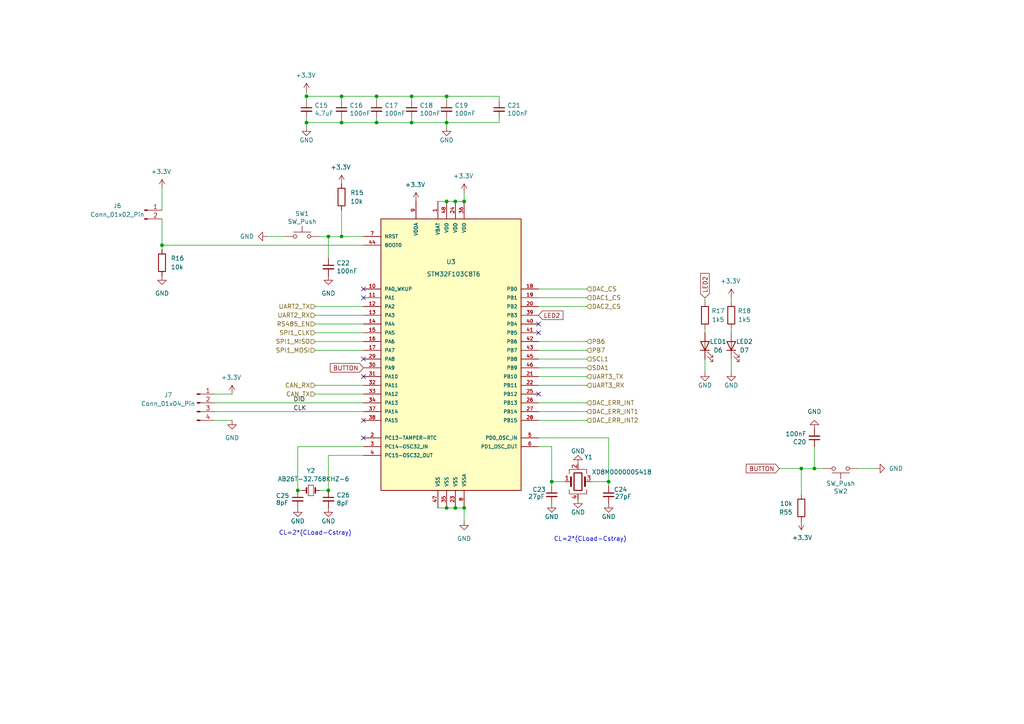
<source format=kicad_sch>
(kicad_sch (version 20231120) (generator "eeschema") (generator_version "8.0")
  (paper "A4")
  (lib_symbols
    (symbol "Connector:Conn_01x02_Pin" (pin_names (offset 1.016) hide)
      (property "Reference" "J" (at 0 2.54 0))
      (property "Value" "Conn_01x02_Pin" (at 0 -5.08 0))
      (symbol "Conn_01x02_Pin_1_1"
        (polyline (pts (xy 1.27 -2.54) (xy 0.8636 -2.54)) (stroke (width 0.1524)))
        (polyline (pts (xy 1.27 0) (xy 0.8636 0)) (stroke (width 0.1524)))
        (rectangle (start 0.8636 -2.413) (end 0 -2.667) (stroke (width 0.1524)) (fill (type outline)))
        (rectangle (start 0.8636 0.127) (end 0 -0.127) (stroke (width 0.1524)) (fill (type outline)))
        (pin passive line (at 5.08 0 180) (length 3.81) (name "Pin_1") (number "1"))
        (pin passive line (at 5.08 -2.54 180) (length 3.81) (name "Pin_2") (number "2"))
      )
    )
    (symbol "Connector:Conn_01x04_Pin" (pin_names (offset 1.016) hide)
      (property "Reference" "J" (at 0 5.08 0))
      (property "Value" "Conn_01x04_Pin" (at 0 -7.62 0))
      (symbol "Conn_01x04_Pin_1_1"
        (polyline (pts (xy 1.27 -5.08) (xy 0.8636 -5.08)) (stroke (width 0.1524)))
        (polyline (pts (xy 1.27 -2.54) (xy 0.8636 -2.54)) (stroke (width 0.1524)))
        (polyline (pts (xy 1.27 0) (xy 0.8636 0)) (stroke (width 0.1524)))
        (polyline (pts (xy 1.27 2.54) (xy 0.8636 2.54)) (stroke (width 0.1524)))
        (rectangle (start 0.8636 -4.953) (end 0 -5.207) (stroke (width 0.1524)) (fill (type outline)))
        (rectangle (start 0.8636 -2.413) (end 0 -2.667) (stroke (width 0.1524)) (fill (type outline)))
        (rectangle (start 0.8636 0.127) (end 0 -0.127) (stroke (width 0.1524)) (fill (type outline)))
        (rectangle (start 0.8636 2.667) (end 0 2.413) (stroke (width 0.1524)) (fill (type outline)))
        (pin passive line (at 5.08 2.54 180) (length 3.81) (name "Pin_1") (number "1"))
        (pin passive line (at 5.08 0 180) (length 3.81) (name "Pin_2") (number "2"))
        (pin passive line (at 5.08 -2.54 180) (length 3.81) (name "Pin_3") (number "3"))
        (pin passive line (at 5.08 -5.08 180) (length 3.81) (name "Pin_4") (number "4"))
      )
    )
    (symbol "Device:C_Small" (pin_numbers hide) (pin_names (offset 0.254) hide)
      (property "Reference" "C" (at 0.254 1.778 0))
      (property "Value" "C_Small" (at 0.254 -2.032 0))
      (symbol "C_Small_0_1"
        (polyline (pts (xy -1.524 -0.508) (xy 1.524 -0.508)) (stroke (width 0.3302)))
        (polyline (pts (xy -1.524 0.508) (xy 1.524 0.508)) (stroke (width 0.3048)))
      )
      (symbol "C_Small_1_1"
        (pin passive line (at 0 2.54 270) (length 2.032) (name "~") (number "1"))
        (pin passive line (at 0 -2.54 90) (length 2.032) (name "~") (number "2"))
      )
    )
    (symbol "Device:Crystal_GND24" (pin_names (offset 1.016) hide)
      (property "Reference" "Y" (at 3.175 5.08 0))
      (property "Value" "Crystal_GND24" (at 3.175 3.175 0))
      (symbol "Crystal_GND24_0_1"
        (rectangle (start -1.143 2.54) (end 1.143 -2.54) (stroke (width 0.3048)))
        (polyline (pts (xy -2.54 0) (xy -2.032 0)))
        (polyline (pts (xy -2.032 -1.27) (xy -2.032 1.27)) (stroke (width 0.508)))
        (polyline (pts (xy 0 -3.81) (xy 0 -3.556)))
        (polyline (pts (xy 0 3.556) (xy 0 3.81)))
        (polyline (pts (xy 2.032 -1.27) (xy 2.032 1.27)) (stroke (width 0.508)))
        (polyline (pts (xy 2.032 0) (xy 2.54 0)))
        (polyline (pts (xy -2.54 -2.286) (xy -2.54 -3.556) (xy 2.54 -3.556) (xy 2.54 -2.286)))
        (polyline (pts (xy -2.54 2.286) (xy -2.54 3.556) (xy 2.54 3.556) (xy 2.54 2.286)))
      )
      (symbol "Crystal_GND24_1_1"
        (pin passive line (at -3.81 0 0) (length 1.27) (name "1") (number "1"))
        (pin passive line (at 0 5.08 270) (length 1.27) (name "2") (number "2"))
        (pin passive line (at 3.81 0 180) (length 1.27) (name "3") (number "3"))
        (pin passive line (at 0 -5.08 90) (length 1.27) (name "4") (number "4"))
      )
    )
    (symbol "Device:Crystal_Small" (pin_numbers hide) (pin_names (offset 1.016) hide)
      (property "Reference" "Y" (at 0 2.54 0))
      (property "Value" "Crystal_Small" (at 0 -2.54 0))
      (symbol "Crystal_Small_0_1"
        (rectangle (start -0.762 -1.524) (end 0.762 1.524))
        (polyline (pts (xy -1.27 -0.762) (xy -1.27 0.762)) (stroke (width 0.381)))
        (polyline (pts (xy 1.27 -0.762) (xy 1.27 0.762)) (stroke (width 0.381)))
      )
      (symbol "Crystal_Small_1_1"
        (pin passive line (at -2.54 0 0) (length 1.27) (name "1") (number "1"))
        (pin passive line (at 2.54 0 180) (length 1.27) (name "2") (number "2"))
      )
    )
    (symbol "Device:LED" (pin_numbers hide) (pin_names (offset 1.016) hide)
      (property "Reference" "D" (at 0 2.54 0))
      (property "Value" "LED" (at 0 -2.54 0))
      (symbol "LED_0_1"
        (polyline (pts (xy -1.27 -1.27) (xy -1.27 1.27)) (stroke (width 0.254)))
        (polyline (pts (xy -1.27 0) (xy 1.27 0)))
        (polyline (pts (xy 1.27 -1.27) (xy 1.27 1.27) (xy -1.27 0) (xy 1.27 -1.27)) (stroke (width 0.254)))
        (polyline (pts (xy -3.048 -0.762) (xy -4.572 -2.286) (xy -3.81 -2.286) (xy -4.572 -2.286) (xy -4.572 -1.524)))
        (polyline (pts (xy -1.778 -0.762) (xy -3.302 -2.286) (xy -2.54 -2.286) (xy -3.302 -2.286) (xy -3.302 -1.524)))
      )
      (symbol "LED_1_1"
        (pin passive line (at -3.81 0 0) (length 2.54) (name "K") (number "1"))
        (pin passive line (at 3.81 0 180) (length 2.54) (name "A") (number "2"))
      )
    )
    (symbol "Device:R" (pin_numbers hide) (pin_names (offset 0))
      (property "Reference" "R" (at 2.032 0 90))
      (property "Value" "R" (at 0 0 90))
      (symbol "R_0_1"
        (rectangle (start -1.016 -2.54) (end 1.016 2.54) (stroke (width 0.254)))
      )
      (symbol "R_1_1"
        (pin passive line (at 0 3.81 270) (length 1.27) (name "~") (number "1"))
        (pin passive line (at 0 -3.81 90) (length 1.27) (name "~") (number "2"))
      )
    )
    (symbol "GND_1" (power) (pin_numbers hide) (pin_names (offset 0) hide)
      (property "Value" "GND" (at 0 -3.81 0))
      (symbol "GND_1_0_1"
        (polyline (pts (xy 0 0) (xy 0 -1.27) (xy 1.27 -1.27) (xy 0 -2.54) (xy -1.27 -1.27) (xy 0 -1.27)))
      )
      (symbol "GND_1_1_1"
        (pin power_in line (at 0 0 270) (length 0) (name "~") (number "1"))
      )
    )
    (symbol "GND_2" (power) (pin_numbers hide) (pin_names (offset 0) hide)
      (property "Value" "GND" (at 0 -3.81 0))
      (symbol "GND_2_0_1"
        (polyline (pts (xy 0 0) (xy 0 -1.27) (xy 1.27 -1.27) (xy 0 -2.54) (xy -1.27 -1.27) (xy 0 -1.27)))
      )
      (symbol "GND_2_1_1"
        (pin power_in line (at 0 0 270) (length 0) (name "~") (number "1"))
      )
    )
    (symbol "STM32F103C8T6:STM32F103C8T6" (pin_names (offset 1.016))
      (property "Reference" "U8" (at 0 28.194 0))
      (property "Value" "STM32F103C8T6" (at 0.762 24.638 0))
      (symbol "STM32F103C8T6_0_0"
        (rectangle (start -20.32 40.64) (end 20.32 -38.1) (stroke (width 0.254)) (fill (type background)))
        (pin bidirectional line (at -3.81 45.72 270) (length 5.08) (name "VBAT") (number "1"))
        (pin bidirectional line (at -25.4 20.32 0) (length 5.08) (name "PA0_WKUP") (number "10"))
        (pin bidirectional line (at -25.4 17.78 0) (length 5.08) (name "PA1") (number "11"))
        (pin bidirectional line (at -25.4 15.24 0) (length 5.08) (name "PA2") (number "12"))
        (pin bidirectional line (at -25.4 12.7 0) (length 5.08) (name "PA3") (number "13"))
        (pin bidirectional line (at -25.4 10.16 0) (length 5.08) (name "PA4") (number "14"))
        (pin bidirectional line (at -25.4 7.62 0) (length 5.08) (name "PA5") (number "15"))
        (pin bidirectional line (at -25.4 5.08 0) (length 5.08) (name "PA6") (number "16"))
        (pin bidirectional line (at -25.4 2.54 0) (length 5.08) (name "PA7") (number "17"))
        (pin bidirectional line (at 25.4 20.32 180) (length 5.08) (name "PB0") (number "18"))
        (pin bidirectional line (at 25.4 17.78 180) (length 5.08) (name "PB1") (number "19"))
        (pin bidirectional line (at -25.4 -22.86 0) (length 5.08) (name "PC13-TAMPER-RTC") (number "2"))
        (pin bidirectional line (at 25.4 15.24 180) (length 5.08) (name "PB2") (number "20"))
        (pin bidirectional line (at 25.4 -5.08 180) (length 5.08) (name "PB10") (number "21"))
        (pin bidirectional line (at 25.4 -7.62 180) (length 5.08) (name "PB11") (number "22"))
        (pin power_in line (at 1.27 -43.18 90) (length 5.08) (name "VSS") (number "23"))
        (pin power_in line (at 1.27 45.72 270) (length 5.08) (name "VDD") (number "24"))
        (pin bidirectional line (at 25.4 -10.16 180) (length 5.08) (name "PB12") (number "25"))
        (pin bidirectional line (at 25.4 -12.7 180) (length 5.08) (name "PB13") (number "26"))
        (pin bidirectional line (at 25.4 -15.24 180) (length 5.08) (name "PB14") (number "27"))
        (pin bidirectional line (at 25.4 -17.78 180) (length 5.08) (name "PB15") (number "28"))
        (pin bidirectional line (at -25.4 0 0) (length 5.08) (name "PA8") (number "29"))
        (pin bidirectional line (at -25.4 -25.4 0) (length 5.08) (name "PC14-OSC32_IN") (number "3"))
        (pin bidirectional line (at -25.4 -2.54 0) (length 5.08) (name "PA9") (number "30"))
        (pin bidirectional line (at -25.4 -5.08 0) (length 5.08) (name "PA10") (number "31"))
        (pin bidirectional line (at -25.4 -7.62 0) (length 5.08) (name "PA11") (number "32"))
        (pin bidirectional line (at -25.4 -10.16 0) (length 5.08) (name "PA12") (number "33"))
        (pin bidirectional line (at -25.4 -12.7 0) (length 5.08) (name "PA13") (number "34"))
        (pin power_in line (at -1.27 -43.18 90) (length 5.08) (name "VSS") (number "35"))
        (pin power_in line (at 3.81 45.72 270) (length 5.08) (name "VDD") (number "36"))
        (pin bidirectional line (at -25.4 -15.24 0) (length 5.08) (name "PA14") (number "37"))
        (pin bidirectional line (at -25.4 -17.78 0) (length 5.08) (name "PA15") (number "38"))
        (pin bidirectional line (at 25.4 12.7 180) (length 5.08) (name "PB3") (number "39"))
        (pin bidirectional line (at -25.4 -27.94 0) (length 5.08) (name "PC15-OSC32_OUT") (number "4"))
        (pin bidirectional line (at 25.4 10.16 180) (length 5.08) (name "PB4") (number "40"))
        (pin bidirectional line (at 25.4 7.62 180) (length 5.08) (name "PB5") (number "41"))
        (pin bidirectional line (at 25.4 5.08 180) (length 5.08) (name "PB6") (number "42"))
        (pin bidirectional line (at 25.4 2.54 180) (length 5.08) (name "PB7") (number "43"))
        (pin input line (at -25.4 33.02 0) (length 5.08) (name "BOOT0") (number "44"))
        (pin bidirectional line (at 25.4 0 180) (length 5.08) (name "PB8") (number "45"))
        (pin bidirectional line (at 25.4 -2.54 180) (length 5.08) (name "PB9") (number "46"))
        (pin power_in line (at -3.81 -43.18 90) (length 5.08) (name "VSS") (number "47"))
        (pin power_in line (at -1.27 45.72 270) (length 5.08) (name "VDD") (number "48"))
        (pin bidirectional line (at 25.4 -22.86 180) (length 5.08) (name "PD0_OSC_IN") (number "5"))
        (pin bidirectional line (at 25.4 -25.4 180) (length 5.08) (name "PD1_OSC_OUT") (number "6"))
        (pin input line (at -25.4 35.56 0) (length 5.08) (name "NRST") (number "7"))
        (pin power_in line (at 3.81 -43.18 90) (length 5.08) (name "VSSA") (number "8"))
        (pin power_in line (at -10.16 45.72 270) (length 5.08) (name "VDDA") (number "9"))
      )
    )
    (symbol "Switch:SW_Push" (pin_numbers hide) (pin_names (offset 1.016) hide)
      (property "Reference" "SW" (at 1.27 2.54 0))
      (property "Value" "SW_Push" (at 0 -1.524 0))
      (symbol "SW_Push_0_1"
        (circle (center -2.032 0) (radius 0.508))
        (polyline (pts (xy 0 1.27) (xy 0 3.048)))
        (polyline (pts (xy 2.54 1.27) (xy -2.54 1.27)))
        (circle (center 2.032 0) (radius 0.508))
        (pin passive line (at -5.08 0 0) (length 2.54) (name "1") (number "1"))
        (pin passive line (at 5.08 0 180) (length 2.54) (name "2") (number "2"))
      )
    )
    (symbol "power:+3.3V" (power) (pin_names (offset 0))
      (property "Value" "+3.3V" (at 0 3.556 0))
      (symbol "+3.3V_0_1"
        (polyline (pts (xy -0.762 1.27) (xy 0 2.54)))
        (polyline (pts (xy 0 0) (xy 0 2.54)))
        (polyline (pts (xy 0 2.54) (xy 0.762 1.27)))
      )
      (symbol "+3.3V_1_1"
        (pin power_in line (at 0 0 90) (length 0) hide (name "+3.3V") (number "1"))
      )
    )
    (symbol "power:GND" (power) (pin_names (offset 0))
      (property "Value" "GND" (at 0 -3.81 0))
      (symbol "GND_0_1"
        (polyline (pts (xy 0 0) (xy 0 -1.27) (xy 1.27 -1.27) (xy 0 -2.54) (xy -1.27 -1.27) (xy 0 -1.27)))
      )
      (symbol "GND_1_1"
        (pin power_in line (at 0 0 270) (length 0) hide (name "GND") (number "1"))
      )
    )
  )
  (junction (at 232.41 135.89))
  (junction (at 129.54 27.94))
  (junction (at 95.25 142.24))
  (junction (at 160.02 139.7))
  (junction (at 176.53 139.7))
  (junction (at 132.08 58.42))
  (junction (at 109.22 27.94))
  (junction (at 95.25 68.58))
  (junction (at 88.9 27.94))
  (junction (at 132.08 147.32))
  (junction (at 86.36 142.24))
  (junction (at 119.38 27.94))
  (junction (at 119.38 35.56))
  (junction (at 129.54 58.42))
  (junction (at 109.22 35.56))
  (junction (at 46.99 71.12))
  (junction (at 129.54 147.32))
  (junction (at 134.62 58.42))
  (junction (at 88.9 35.56))
  (junction (at 236.22 135.89))
  (junction (at 134.62 147.32))
  (junction (at 129.54 35.56))
  (junction (at 99.06 68.58))
  (junction (at 99.06 27.94))
  (junction (at 99.06 35.56))
  (no_connect (at 105.41 127))
  (no_connect (at 156.21 93.98))
  (no_connect (at 105.41 104.14))
  (no_connect (at 105.41 109.22))
  (no_connect (at 156.21 96.52))
  (no_connect (at 105.41 121.92))
  (no_connect (at 156.21 114.3))
  (no_connect (at 105.41 86.36))
  (no_connect (at 105.41 83.82))
  (wire (pts (xy 160.02 140.97) (xy 160.02 139.7)))
  (wire (pts (xy 176.53 127) (xy 176.53 139.7)))
  (wire (pts (xy 119.38 34.29) (xy 119.38 35.56)))
  (wire (pts (xy 236.22 135.89) (xy 236.22 129.54)))
  (wire (pts (xy 91.44 114.3) (xy 105.41 114.3)))
  (wire (pts (xy 119.38 29.21) (xy 119.38 27.94)))
  (wire (pts (xy 170.18 121.92) (xy 156.21 121.92)))
  (wire (pts (xy 170.18 119.38) (xy 156.21 119.38)))
  (wire (pts (xy 170.18 86.36) (xy 156.21 86.36)))
  (wire (pts (xy 109.22 29.21) (xy 109.22 27.94)))
  (wire (pts (xy 160.02 139.7) (xy 163.83 139.7)))
  (wire (pts (xy 127 147.32) (xy 129.54 147.32)))
  (wire (pts (xy 95.25 132.08) (xy 105.41 132.08)))
  (wire (pts (xy 99.06 60.96) (xy 99.06 68.58)))
  (wire (pts (xy 91.44 111.76) (xy 105.41 111.76)))
  (wire (pts (xy 171.45 139.7) (xy 176.53 139.7)))
  (wire (pts (xy 170.18 116.84) (xy 156.21 116.84)))
  (wire (pts (xy 134.62 147.32) (xy 134.62 151.13)))
  (wire (pts (xy 95.25 142.24) (xy 95.25 132.08)))
  (wire (pts (xy 204.47 95.25) (xy 204.47 96.52)))
  (wire (pts (xy 99.06 27.94) (xy 88.9 27.94)))
  (wire (pts (xy 99.06 68.58) (xy 105.41 68.58)))
  (wire (pts (xy 254 135.89) (xy 248.92 135.89)))
  (wire (pts (xy 232.41 143.51) (xy 232.41 135.89)))
  (wire (pts (xy 62.23 119.38) (xy 105.41 119.38)))
  (wire (pts (xy 109.22 35.56) (xy 119.38 35.56)))
  (wire (pts (xy 127 58.42) (xy 129.54 58.42)))
  (wire (pts (xy 119.38 27.94) (xy 109.22 27.94)))
  (wire (pts (xy 109.22 34.29) (xy 109.22 35.56)))
  (wire (pts (xy 88.9 27.94) (xy 88.9 29.21)))
  (wire (pts (xy 46.99 63.5) (xy 46.99 71.12)))
  (wire (pts (xy 109.22 27.94) (xy 99.06 27.94)))
  (wire (pts (xy 134.62 55.88) (xy 134.62 58.42)))
  (wire (pts (xy 170.18 111.76) (xy 156.21 111.76)))
  (wire (pts (xy 62.23 114.3) (xy 67.31 114.3)))
  (wire (pts (xy 91.44 88.9) (xy 105.41 88.9)))
  (wire (pts (xy 129.54 29.21) (xy 129.54 27.94)))
  (wire (pts (xy 88.9 35.56) (xy 99.06 35.56)))
  (wire (pts (xy 91.44 93.98) (xy 105.41 93.98)))
  (wire (pts (xy 46.99 71.12) (xy 105.41 71.12)))
  (wire (pts (xy 46.99 71.12) (xy 46.99 72.39)))
  (wire (pts (xy 129.54 35.56) (xy 129.54 36.83)))
  (wire (pts (xy 46.99 54.61) (xy 46.99 60.96)))
  (wire (pts (xy 160.02 129.54) (xy 160.02 139.7)))
  (wire (pts (xy 77.47 68.58) (xy 82.55 68.58)))
  (wire (pts (xy 129.54 34.29) (xy 129.54 35.56)))
  (wire (pts (xy 99.06 35.56) (xy 109.22 35.56)))
  (wire (pts (xy 232.41 135.89) (xy 226.06 135.89)))
  (wire (pts (xy 129.54 35.56) (xy 144.78 35.56)))
  (wire (pts (xy 212.09 104.14) (xy 212.09 107.95)))
  (wire (pts (xy 204.47 104.14) (xy 204.47 107.95)))
  (wire (pts (xy 95.25 142.24) (xy 92.71 142.24)))
  (wire (pts (xy 204.47 86.36) (xy 204.47 87.63)))
  (wire (pts (xy 91.44 99.06) (xy 105.41 99.06)))
  (wire (pts (xy 170.18 109.22) (xy 156.21 109.22)))
  (wire (pts (xy 132.08 147.32) (xy 134.62 147.32)))
  (wire (pts (xy 95.25 68.58) (xy 99.06 68.58)))
  (wire (pts (xy 91.44 91.44) (xy 105.41 91.44)))
  (wire (pts (xy 95.25 68.58) (xy 95.25 74.93)))
  (wire (pts (xy 119.38 35.56) (xy 129.54 35.56)))
  (wire (pts (xy 86.36 142.24) (xy 86.36 129.54)))
  (wire (pts (xy 91.44 101.6) (xy 105.41 101.6)))
  (wire (pts (xy 62.23 121.92) (xy 67.31 121.92)))
  (wire (pts (xy 88.9 34.29) (xy 88.9 35.56)))
  (wire (pts (xy 212.09 95.25) (xy 212.09 96.52)))
  (wire (pts (xy 129.54 27.94) (xy 144.78 27.94)))
  (wire (pts (xy 170.18 83.82) (xy 156.21 83.82)))
  (wire (pts (xy 170.18 99.06) (xy 156.21 99.06)))
  (wire (pts (xy 99.06 27.94) (xy 99.06 29.21)))
  (wire (pts (xy 88.9 26.67) (xy 88.9 27.94)))
  (wire (pts (xy 170.18 104.14) (xy 156.21 104.14)))
  (wire (pts (xy 144.78 27.94) (xy 144.78 29.21)))
  (wire (pts (xy 129.54 27.94) (xy 119.38 27.94)))
  (wire (pts (xy 62.23 116.84) (xy 105.41 116.84)))
  (wire (pts (xy 170.18 88.9) (xy 156.21 88.9)))
  (wire (pts (xy 88.9 35.56) (xy 88.9 36.83)))
  (wire (pts (xy 156.21 127) (xy 176.53 127)))
  (wire (pts (xy 160.02 129.54) (xy 156.21 129.54)))
  (wire (pts (xy 238.76 135.89) (xy 236.22 135.89)))
  (wire (pts (xy 99.06 35.56) (xy 99.06 34.29)))
  (wire (pts (xy 170.18 101.6) (xy 156.21 101.6)))
  (wire (pts (xy 129.54 58.42) (xy 132.08 58.42)))
  (wire (pts (xy 176.53 140.97) (xy 176.53 139.7)))
  (wire (pts (xy 132.08 58.42) (xy 134.62 58.42)))
  (wire (pts (xy 236.22 135.89) (xy 232.41 135.89)))
  (wire (pts (xy 92.71 68.58) (xy 95.25 68.58)))
  (wire (pts (xy 91.44 96.52) (xy 105.41 96.52)))
  (wire (pts (xy 212.09 86.36) (xy 212.09 87.63)))
  (wire (pts (xy 170.18 106.68) (xy 156.21 106.68)))
  (wire (pts (xy 144.78 34.29) (xy 144.78 35.56)))
  (wire (pts (xy 129.54 147.32) (xy 132.08 147.32)))
  (wire (pts (xy 86.36 142.24) (xy 87.63 142.24)))
  (wire (pts (xy 86.36 129.54) (xy 105.41 129.54)))
  (text "CL=2*(CLoad-Cstray)" (at 91.44 154.686 0) (effects (font (size 1.27 1.27))))
  (text "CL=2*(CLoad-Cstray)" (at 171.196 156.464 0) (effects (font (size 1.27 1.27))))
  (label "DIO" (at 85.09 116.84 0))
  (label "CLK" (at 85.09 119.38 0))
  (global_label "LED2" (shape input) (at 204.47 86.36 90) (property "Intersheetrefs" "${INTERSHEET_REFS}" (effects (hide yes))))
  (global_label "LED2" (shape input) (at 156.21 91.44 0) (property "Intersheetrefs" "${INTERSHEET_REFS}" (effects (hide yes))))
  (global_label "BUTTON" (shape input) (at 226.06 135.89 180) (property "Intersheetrefs" "${INTERSHEET_REFS}" (effects (hide yes))))
  (global_label "BUTTON" (shape input) (at 105.41 106.68 180) (property "Intersheetrefs" "${INTERSHEET_REFS}" (effects (hide yes))))
  (hierarchical_label "RS485_EN" (shape input) (at 91.44 93.98 180))
  (hierarchical_label "SPI1_MOSI" (shape input) (at 91.44 101.6 180))
  (hierarchical_label "DAC_ERR_INT" (shape input) (at 170.18 116.84 0))
  (hierarchical_label "SCL1" (shape input) (at 170.18 104.14 0))
  (hierarchical_label "PB7" (shape input) (at 170.18 101.6 0))
  (hierarchical_label "PB6" (shape input) (at 170.18 99.06 0))
  (hierarchical_label "DAC_CS" (shape input) (at 170.18 83.82 0))
  (hierarchical_label "SDA1" (shape input) (at 170.18 106.68 0))
  (hierarchical_label "UART2_RX" (shape input) (at 91.44 91.44 180))
  (hierarchical_label " CAN_TX" (shape input) (at 91.44 114.3 180))
  (hierarchical_label "UART3_RX" (shape input) (at 170.18 111.76 0))
  (hierarchical_label "UART3_TX" (shape input) (at 170.18 109.22 0))
  (hierarchical_label "DAC_ERR_INT2" (shape input) (at 170.18 121.92 0))
  (hierarchical_label "SPI1_MISO" (shape input) (at 91.44 99.06 180))
  (hierarchical_label "SPI1_CLK" (shape input) (at 91.44 96.52 180))
  (hierarchical_label "DAC2_CS" (shape input) (at 170.18 88.9 0))
  (hierarchical_label "DAC1_CS" (shape input) (at 170.18 86.36 0))
  (hierarchical_label "CAN_RX" (shape input) (at 91.44 111.76 180))
  (hierarchical_label "UART2_TX" (shape input) (at 91.44 88.9 180))
  (hierarchical_label "DAC_ERR_INT1" (shape input) (at 170.18 119.38 0))
  (symbol (lib_id "Device:C_Small") (at 176.53 143.51 0) (unit 1)
    (property "Reference" "C24" (at 178.054 141.986 0) (effects (justify left)))
    (property "Value" "27pF" (at 178.308 144.018 0) (effects (justify left)))
    (property "Footprint" "Capacitor_SMD:C_0402_1005Metric" (effects (hide yes)))
    (property "Description" "27 pF ±2% 50V Ceramic Capacitor C0G, NP0 0402 (1005 Metric)" (effects (hide yes)))
    (property "DIGIKEY" "  2571-GMC04CG270G50NTTR-ND" (effects (hide yes)))
    (property "DigiKey" "  2571-GMC04CG270G50NTTR-ND" (effects (hide yes)))
  )
  (symbol (lib_id "Device:Crystal_Small") (at 90.17 142.24 0) (unit 1)
    (property "Reference" "Y2" (at 90.17 136.525 0))
    (property "Value" "AB26T-32.768KHZ-6" (at 90.932 138.938 0))
    (property "Footprint" "footprints:XTAL_AB26T-32.768KHZ-6" (effects (hide yes)))
    (property "Description" "CRYSTAL 32.7680KHZ 6PF TH" (effects (hide yes)))
    (property "DIGIKEY" "535-AB26T-32.768KHZ-6TR-ND" (effects (hide yes)))
    (property "DigiKey" "535-AB26T-32.768KHZ-6TR-ND" (effects (hide yes)))
  )
  (symbol (lib_name "GND_1") (lib_id "power:GND") (at 254 135.89 90) (unit 1)
    (property "Reference" "#PWR08" (effects (hide yes)))
    (property "Value" "GND" (at 257.81 135.8901 90) (effects (justify right)))
    (property "Description" "Power symbol creates a global label with name \"GND\" , ground" (effects (hide yes)))
  )
  (symbol (lib_id "Switch:SW_Push") (at 87.63 68.58 0) (unit 1)
    (property "Reference" "SW1" (at 87.63 61.976 0))
    (property "Value" "SW_Push" (at 87.63 64.262 0))
    (property "Footprint" "footprints:pushbutton" (effects (hide yes)))
    (property "Description" "SWITCH TACTILE SPST-NO 0.05A 24V" (effects (hide yes)))
    (property "DIGIKEY" "1825910-6 " (effects (hide yes)))
    (property "DigiKey" "1825910-6 " (effects (hide yes)))
  )
  (symbol (lib_name "GND_1") (lib_id "power:GND") (at 236.22 124.46 180) (unit 1)
    (property "Reference" "#PWR09" (effects (hide yes)))
    (property "Value" "GND" (at 236.22 119.38 0))
    (property "Description" "Power symbol creates a global label with name \"GND\" , ground" (effects (hide yes)))
  )
  (symbol (lib_id "Device:C_Small") (at 86.36 144.78 0) (unit 1)
    (property "Reference" "C25" (at 80.01 143.764 0) (effects (justify left)))
    (property "Value" "8pF" (at 80.01 145.796 0) (effects (justify left)))
    (property "Footprint" "Capacitor_SMD:C_0402_1005Metric" (effects (hide yes)))
    (property "Description" "CAP CER 8PF 50V C0G/NP0 0402" (effects (hide yes)))
    (property "DIGIKEY" "490-8230-2-ND" (effects (hide yes)))
    (property "DigiKey" "490-8230-2-ND" (effects (hide yes)))
  )
  (symbol (lib_id "power:+3.3V") (at 120.65 58.42 0) (unit 1)
    (property "Reference" "#PWR034" (effects (hide yes)))
    (property "Value" "+3.3V" (at 120.396 53.594 0))
  )
  (symbol (lib_name "GND_2") (lib_id "power:GND") (at 134.62 151.13 0) (unit 1)
    (property "Reference" "#PWR049" (effects (hide yes)))
    (property "Value" "GND" (at 134.62 156.21 0))
    (property "Description" "Power symbol creates a global label with name \"GND\" , ground" (effects (hide yes)))
  )
  (symbol (lib_id "power:+3.3V") (at 88.9 26.67 0) (unit 1)
    (property "Reference" "#PWR027" (effects (hide yes)))
    (property "Value" "+3.3V" (at 88.646 21.844 0))
  )
  (symbol (lib_id "Device:C_Small") (at 119.38 31.75 0) (unit 1)
    (property "Reference" "C18" (at 121.7168 30.5816 0) (effects (justify left)))
    (property "Value" "100nF" (at 121.7168 32.893 0) (effects (justify left)))
    (property "Footprint" "Capacitor_SMD:C_0402_1005Metric" (effects (hide yes)))
    (property "Description" "CAP SMD,0402,X7R,100NF,10%,50V 1" (effects (hide yes)))
    (property "DIGIKEY" "  3372-0402B104K500HITR-ND" (effects (hide yes)))
    (property "DigiKey" "  3372-0402B104K500HITR-ND" (effects (hide yes)))
  )
  (symbol (lib_id "Connector:Conn_01x04_Pin") (at 57.15 116.84 0) (unit 1)
    (property "Reference" "J7" (at 48.768 114.554 0))
    (property "Value" "Conn_01x04_Pin" (at 48.768 117.094 0))
    (property "Footprint" "Connector_PinHeader_2.54mm:PinHeader_1x04_P2.54mm_Vertical" (effects (hide yes)))
    (property "Description" "Generic connector, single row, 01x04, script generated" (effects (hide yes)))
    (property "DIGIKEY" "732-5317-ND" (effects (hide yes)))
    (property "DigiKey" "732-5317-ND" (effects (hide yes)))
  )
  (symbol (lib_id "power:GND") (at 129.54 36.83 0) (unit 1)
    (property "Reference" "#PWR030" (effects (hide yes)))
    (property "Value" "GND" (at 129.54 40.64 0))
  )
  (symbol (lib_id "power:+3.3V") (at 99.06 53.34 0) (unit 1)
    (property "Reference" "#PWR031" (effects (hide yes)))
    (property "Value" "+3.3V" (at 98.806 48.514 0))
  )
  (symbol (lib_id "Device:C_Small") (at 109.22 31.75 0) (unit 1)
    (property "Reference" "C17" (at 111.5568 30.5816 0) (effects (justify left)))
    (property "Value" "100nF" (at 111.5568 32.893 0) (effects (justify left)))
    (property "Footprint" "Capacitor_SMD:C_0402_1005Metric" (effects (hide yes)))
    (property "Description" "CAP SMD,0402,X7R,100NF,10%,50V 1" (effects (hide yes)))
    (property "DIGIKEY" "  3372-0402B104K500HITR-ND" (effects (hide yes)))
    (property "DigiKey" "  3372-0402B104K500HITR-ND" (effects (hide yes)))
  )
  (symbol (lib_id "power:GND") (at 86.36 147.32 0) (unit 1)
    (property "Reference" "#PWR047" (effects (hide yes)))
    (property "Value" "GND" (at 86.36 151.13 0))
  )
  (symbol (lib_id "Device:C_Small") (at 129.54 31.75 0) (unit 1)
    (property "Reference" "C19" (at 131.8768 30.5816 0) (effects (justify left)))
    (property "Value" "100nF" (at 131.8768 32.893 0) (effects (justify left)))
    (property "Footprint" "Capacitor_SMD:C_0402_1005Metric" (effects (hide yes)))
    (property "Description" "CAP SMD,0402,X7R,100NF,10%,50V 1" (effects (hide yes)))
    (property "DIGIKEY" "  3372-0402B104K500HITR-ND" (effects (hide yes)))
    (property "DigiKey" "  3372-0402B104K500HITR-ND" (effects (hide yes)))
  )
  (symbol (lib_id "power:GND") (at 167.64 144.78 0) (unit 1)
    (property "Reference" "#PWR044" (effects (hide yes)))
    (property "Value" "GND" (at 167.64 148.59 0))
  )
  (symbol (lib_id "power:GND") (at 204.47 107.95 0) (unit 1)
    (property "Reference" "#PWR039" (effects (hide yes)))
    (property "Value" "GND" (at 204.47 111.76 0))
  )
  (symbol (lib_id "Device:C_Small") (at 236.22 127 180) (unit 1)
    (property "Reference" "C20" (at 233.8832 128.1684 0) (effects (justify left)))
    (property "Value" "100nF" (at 233.8832 125.857 0) (effects (justify left)))
    (property "Footprint" "Capacitor_SMD:C_0402_1005Metric" (effects (hide yes)))
    (property "Description" "CAP SMD,0402,X7R,100NF,10%,50V 1" (effects (hide yes)))
    (property "DIGIKEY" "  3372-0402B104K500HITR-ND" (effects (hide yes)))
    (property "DigiKey" "  3372-0402B104K500HITR-ND" (effects (hide yes)))
  )
  (symbol (lib_id "power:+3.3V") (at 67.31 114.3 0) (unit 1)
    (property "Reference" "#PWR028" (effects (hide yes)))
    (property "Value" "+3.3V" (at 67.056 109.474 0))
  )
  (symbol (lib_id "power:GND") (at 176.53 146.05 0) (unit 1)
    (property "Reference" "#PWR046" (effects (hide yes)))
    (property "Value" "GND" (at 176.53 149.86 0))
  )
  (symbol (lib_name "GND_1") (lib_id "power:GND") (at 46.99 80.01 0) (unit 1)
    (property "Reference" "#PWR036" (effects (hide yes)))
    (property "Value" "GND" (at 46.99 85.09 0))
    (property "Description" "Power symbol creates a global label with name \"GND\" , ground" (effects (hide yes)))
  )
  (symbol (lib_id "power:GND") (at 88.9 36.83 0) (unit 1)
    (property "Reference" "#PWR029" (effects (hide yes)))
    (property "Value" "GND" (at 88.9 40.64 0))
  )
  (symbol (lib_id "power:GND") (at 212.09 107.95 0) (unit 1)
    (property "Reference" "#PWR040" (effects (hide yes)))
    (property "Value" "GND" (at 212.09 111.76 0))
  )
  (symbol (lib_id "power:GND") (at 167.64 134.62 180) (unit 1)
    (property "Reference" "#PWR043" (effects (hide yes)))
    (property "Value" "GND" (at 167.64 130.81 0))
  )
  (symbol (lib_id "power:GND") (at 95.25 147.32 0) (unit 1)
    (property "Reference" "#PWR048" (effects (hide yes)))
    (property "Value" "GND" (at 95.25 151.13 0))
  )
  (symbol (lib_id "Device:R") (at 46.99 76.2 0) (unit 1)
    (property "Reference" "R16" (at 49.53 74.9299 0) (effects (justify left)))
    (property "Value" "10k" (at 49.53 77.4699 0) (effects (justify left)))
    (property "Footprint" "Resistor_SMD:R_0402_1005Metric" (effects (hide yes)))
    (property "Description" "RES 10K OHM 5% 1/16W 0402" (effects (hide yes)))
    (property "DIGIKEY" "311-10KJRTR-ND " (effects (hide yes)))
    (property "DigiKey" "311-10KJRTR-ND " (effects (hide yes)))
  )
  (symbol (lib_name "GND_1") (lib_id "power:GND") (at 95.25 80.01 0) (unit 1)
    (property "Reference" "#PWR037" (effects (hide yes)))
    (property "Value" "GND" (at 95.25 85.09 0))
    (property "Description" "Power symbol creates a global label with name \"GND\" , ground" (effects (hide yes)))
  )
  (symbol (lib_id "power:+3.3V") (at 46.99 54.61 0) (unit 1)
    (property "Reference" "#PWR032" (effects (hide yes)))
    (property "Value" "+3.3V" (at 46.736 49.784 0))
  )
  (symbol (lib_name "GND_1") (lib_id "power:GND") (at 67.31 121.92 0) (unit 1)
    (property "Reference" "#PWR042" (effects (hide yes)))
    (property "Value" "GND" (at 67.31 127 0))
    (property "Description" "Power symbol creates a global label with name \"GND\" , ground" (effects (hide yes)))
  )
  (symbol (lib_id "Device:Crystal_GND24") (at 167.64 139.7 0) (unit 1)
    (property "Reference" "Y1" (at 170.688 132.588 0))
    (property "Value" "XD8M000000S418" (at 180.34 136.906 0))
    (property "Footprint" "Crystal_SMD_EuroQuartz_MJ-4Pin_5.0x3.2mm" (effects (hide yes)))
    (property "Description" "CRYSTAL 8MHZ 20ppm, 18pF 4 Pads" (effects (hide yes)))
    (property "DIGIKEY" "XD8M000000S418" (effects (hide yes)))
    (property "DigiKey" "XD8M000000S418" (effects (hide yes)))
  )
  (symbol (lib_id "STM32F103C8T6:STM32F103C8T6") (at 130.81 104.14 0) (unit 1)
    (property "Reference" "U3" (at 130.81 75.946 0))
    (property "Value" "STM32F103C8T6" (at 131.572 79.502 0))
    (property "Footprint" "footprints:LQFP48_STM" (effects (hide yes)))
    (property "Description" "IC MCU 32BIT 64KB FLASH 48LQFP" (effects (hide yes)))
    (property "DIGIKEY" "  497-6063-ND" (effects (hide yes)))
    (property "DigiKey" "  497-6063-ND" (effects (hide yes)))
  )
  (symbol (lib_id "Device:C_Small") (at 88.9 31.75 0) (unit 1)
    (property "Reference" "C15" (at 91.2368 30.5816 0) (effects (justify left)))
    (property "Value" "4.7uF" (at 91.2368 32.893 0) (effects (justify left)))
    (property "Footprint" "Capacitor_SMD:C_0603_1608Metric" (effects (hide yes)))
    (property "Description" "CAP CER 4.7UF 10V X5R 0603" (effects (hide yes)))
    (property "DIGIKEY" "3372-0603W475K100XDTR-ND" (effects (hide yes)))
    (property "DigiKey" "3372-0603W475K100XDTR-ND" (effects (hide yes)))
  )
  (symbol (lib_id "power:GND") (at 160.02 146.05 0) (unit 1)
    (property "Reference" "#PWR045" (effects (hide yes)))
    (property "Value" "GND" (at 160.02 149.86 0))
  )
  (symbol (lib_id "Device:R") (at 204.47 91.44 0) (unit 1)
    (property "Reference" "R17" (at 208.28 90.17 0))
    (property "Value" "1k5" (at 208.28 92.71 0))
    (property "Footprint" "Resistor_SMD:R_0603_1608Metric" (effects (hide yes)))
    (property "Description" "RES 1.5K OHM 5% 1/10W 0603" (effects (hide yes)))
    (property "DIGIKEY" "  311-1.5KGRTR-ND" (effects (hide yes)))
    (property "DigiKey" "  311-1.5KGRTR-ND" (effects (hide yes)))
  )
  (symbol (lib_id "Device:R") (at 232.41 147.32 180) (unit 1)
    (property "Reference" "R55" (at 229.87 148.5901 0) (effects (justify left)))
    (property "Value" "10k" (at 229.87 146.0501 0) (effects (justify left)))
    (property "Footprint" "Resistor_SMD:R_0402_1005Metric" (effects (hide yes)))
    (property "Description" "RES 10K OHM 5% 1/16W 0402" (effects (hide yes)))
    (property "DIGIKEY" "311-10KJRTR-ND " (effects (hide yes)))
    (property "DigiKey" "311-10KJRTR-ND " (effects (hide yes)))
  )
  (symbol (lib_id "Connector:Conn_01x02_Pin") (at 41.91 60.96 0) (unit 1)
    (property "Reference" "J6" (at 34.036 59.69 0))
    (property "Value" "Conn_01x02_Pin" (at 34.036 62.23 0))
    (property "Footprint" "Connector_PinHeader_2.54mm:PinHeader_1x02_P2.54mm_Vertical" (effects (hide yes)))
    (property "Description" "Generic connector, single row, 01x02, script generated" (effects (hide yes)))
    (property "DIGIKEY" "952-2262-ND " (effects (hide yes)))
    (property "DigiKey" "952-2262-ND " (effects (hide yes)))
  )
  (symbol (lib_id "Device:R") (at 212.09 91.44 0) (unit 1)
    (property "Reference" "R18" (at 215.9 90.17 0))
    (property "Value" "1k5" (at 215.9 92.71 0))
    (property "Footprint" "Resistor_SMD:R_0603_1608Metric" (effects (hide yes)))
    (property "Description" "RES 1.5K OHM 5% 1/10W 0603" (effects (hide yes)))
    (property "DIGIKEY" "  311-1.5KGRTR-ND" (effects (hide yes)))
    (property "DigiKey" "  311-1.5KGRTR-ND" (effects (hide yes)))
  )
  (symbol (lib_id "Device:C_Small") (at 95.25 77.47 0) (unit 1)
    (property "Reference" "C22" (at 97.5868 76.3016 0) (effects (justify left)))
    (property "Value" "100nF" (at 97.5868 78.613 0) (effects (justify left)))
    (property "Footprint" "Capacitor_SMD:C_0402_1005Metric" (effects (hide yes)))
    (property "Description" "CAP SMD,0402,X7R,100NF,10%,50V 1" (effects (hide yes)))
    (property "DIGIKEY" "  3372-0402B104K500HITR-ND" (effects (hide yes)))
    (property "DigiKey" "  3372-0402B104K500HITR-ND" (effects (hide yes)))
  )
  (symbol (lib_id "Device:C_Small") (at 160.02 143.51 0) (unit 1)
    (property "Reference" "C23" (at 154.432 141.986 0) (effects (justify left)))
    (property "Value" "27pF" (at 153.162 144.018 0) (effects (justify left)))
    (property "Footprint" "Capacitor_SMD:C_0402_1005Metric" (effects (hide yes)))
    (property "Description" "27 pF ±2% 50V Ceramic Capacitor C0G, NP0 0402 (1005 Metric)" (effects (hide yes)))
    (property "DIGIKEY" "  2571-GMC04CG270G50NTTR-ND" (effects (hide yes)))
    (property "DigiKey" "  2571-GMC04CG270G50NTTR-ND" (effects (hide yes)))
  )
  (symbol (lib_id "Switch:SW_Push") (at 243.84 135.89 180) (unit 1)
    (property "Reference" "SW2" (at 243.84 142.494 0))
    (property "Value" "SW_Push" (at 243.84 140.208 0))
    (property "Footprint" "footprints:pushbutton" (effects (hide yes)))
    (property "Description" "SWITCH TACTILE SPST-NO 0.05A 24V" (effects (hide yes)))
    (property "DIGIKEY" "1825910-6 " (effects (hide yes)))
    (property "DigiKey" "1825910-6 " (effects (hide yes)))
  )
  (symbol (lib_id "Device:LED") (at 204.47 100.33 90) (unit 1)
    (property "Reference" "D6" (at 208.28 101.6 90))
    (property "Value" "LED1" (at 208.28 99.06 90))
    (property "Footprint" "LED_SMD:LED_0603_1608Metric" (effects (hide yes)))
    (property "Description" "LED YELLOW-GREEN CLEAR 0603 SMD" (effects (hide yes)))
    (property "DIGIKEY" "  5859-YY0603YG-NN3S0-T2AR4TR-ND" (effects (hide yes)))
    (property "DigiKey" "  5859-YY0603YG-NN3S0-T2AR4TR-ND" (effects (hide yes)))
  )
  (symbol (lib_id "Device:C_Small") (at 144.78 31.75 0) (unit 1)
    (property "Reference" "C21" (at 147.1168 30.5816 0) (effects (justify left)))
    (property "Value" "100nF" (at 147.1168 32.893 0) (effects (justify left)))
    (property "Footprint" "Capacitor_SMD:C_0402_1005Metric" (effects (hide yes)))
    (property "Description" "CAP SMD,0402,X7R,100NF,10%,50V 1" (effects (hide yes)))
    (property "DIGIKEY" "  3372-0402B104K500HITR-ND" (effects (hide yes)))
    (property "DigiKey" "  3372-0402B104K500HITR-ND" (effects (hide yes)))
  )
  (symbol (lib_id "Device:LED") (at 212.09 100.33 90) (unit 1)
    (property "Reference" "D7" (at 215.9 101.6 90))
    (property "Value" "LED2" (at 215.9 99.06 90))
    (property "Footprint" "LED_SMD:LED_0603_1608Metric" (effects (hide yes)))
    (property "Description" "LED RED CLEAR 0603 SMD" (effects (hide yes)))
    (property "DIGIKEY" "5859-YY0603RE-NN3S0-T2AR4TR-ND" (effects (hide yes)))
    (property "DigiKey" "5859-YY0603RE-NN3S0-T2AR4TR-ND" (effects (hide yes)))
  )
  (symbol (lib_id "Device:C_Small") (at 99.06 31.75 0) (unit 1)
    (property "Reference" "C16" (at 101.3968 30.5816 0) (effects (justify left)))
    (property "Value" "100nF" (at 101.3968 32.893 0) (effects (justify left)))
    (property "Footprint" "Capacitor_SMD:C_0402_1005Metric" (effects (hide yes)))
    (property "Description" "CAP SMD,0402,X7R,100NF,10%,50V 1" (effects (hide yes)))
    (property "DIGIKEY" "  3372-0402B104K500HITR-ND" (effects (hide yes)))
    (property "DigiKey" "  3372-0402B104K500HITR-ND" (effects (hide yes)))
  )
  (symbol (lib_id "Device:R") (at 99.06 57.15 0) (unit 1)
    (property "Reference" "R15" (at 101.6 55.8799 0) (effects (justify left)))
    (property "Value" "10k" (at 101.6 58.4199 0) (effects (justify left)))
    (property "Footprint" "Resistor_SMD:R_0402_1005Metric" (effects (hide yes)))
    (property "Description" "RES 10K OHM 5% 1/16W 0402" (effects (hide yes)))
    (property "DIGIKEY" "311-10KJRTR-ND " (effects (hide yes)))
    (property "DigiKey" "311-10KJRTR-ND " (effects (hide yes)))
  )
  (symbol (lib_id "power:+3.3V") (at 232.41 151.13 180) (unit 1)
    (property "Reference" "#PWR010" (effects (hide yes)))
    (property "Value" "+3.3V" (at 232.664 155.956 0))
  )
  (symbol (lib_id "power:+3.3V") (at 212.09 86.36 0) (unit 1)
    (property "Reference" "#PWR038" (effects (hide yes)))
    (property "Value" "+3.3V" (at 211.836 81.534 0))
  )
  (symbol (lib_name "GND_1") (lib_id "power:GND") (at 77.47 68.58 270) (unit 1)
    (property "Reference" "#PWR035" (effects (hide yes)))
    (property "Value" "GND" (at 73.66 68.5799 90) (effects (justify right)))
    (property "Description" "Power symbol creates a global label with name \"GND\" , ground" (effects (hide yes)))
  )
  (symbol (lib_id "power:+3.3V") (at 134.62 55.88 0) (unit 1)
    (property "Reference" "#PWR033" (effects (hide yes)))
    (property "Value" "+3.3V" (at 134.366 51.054 0))
  )
  (symbol (lib_id "Device:C_Small") (at 95.25 144.78 0) (unit 1)
    (property "Reference" "C26" (at 97.5868 143.6116 0) (effects (justify left)))
    (property "Value" "8pF" (at 97.5868 145.923 0) (effects (justify left)))
    (property "Footprint" "Capacitor_SMD:C_0402_1005Metric" (effects (hide yes)))
    (property "Description" "CAP CER 8PF 50V C0G/NP0 0402" (effects (hide yes)))
    (property "DIGIKEY" "490-8230-2-ND" (effects (hide yes)))
    (property "DigiKey" "490-8230-2-ND" (effects (hide yes)))
  )
)
</source>
